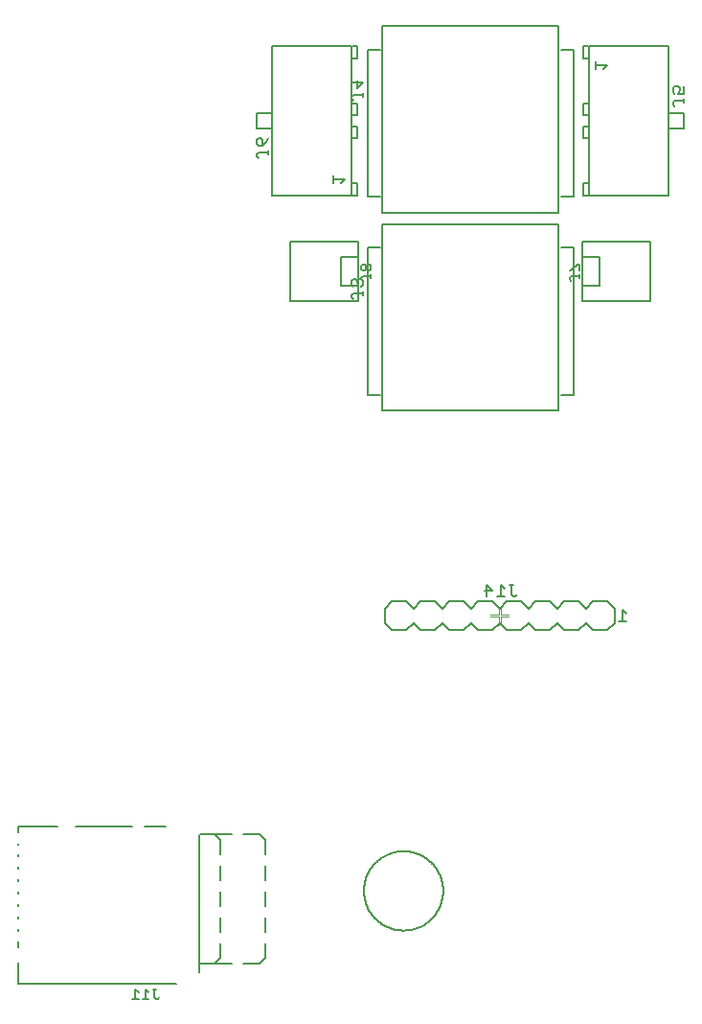
<source format=gbo>
G75*
%MOIN*%
%OFA0B0*%
%FSLAX25Y25*%
%IPPOS*%
%LPD*%
%AMOC8*
5,1,8,0,0,1.08239X$1,22.5*
%
%ADD10C,0.00787*%
%ADD11C,0.00800*%
%ADD12C,0.00591*%
%ADD13C,0.00600*%
%ADD14C,0.00394*%
D10*
X0172618Y0270978D02*
X0227736Y0270978D01*
X0235610Y0274915D02*
X0235610Y0322553D01*
X0236004Y0322946D02*
X0241122Y0322946D01*
X0243090Y0320978D01*
X0243090Y0315939D01*
X0243090Y0312002D02*
X0243090Y0306962D01*
X0243090Y0303025D02*
X0243090Y0297986D01*
X0243090Y0294049D02*
X0243090Y0289009D01*
X0243090Y0285072D02*
X0243090Y0280033D01*
X0241122Y0278065D01*
X0236004Y0278065D01*
X0241122Y0278065D02*
X0247027Y0278065D01*
X0250964Y0278065D02*
X0256870Y0278065D01*
X0258838Y0280033D01*
X0258838Y0285072D01*
X0258838Y0289009D02*
X0258838Y0294049D01*
X0258838Y0297986D02*
X0258838Y0303025D01*
X0258838Y0306962D02*
X0258838Y0312002D01*
X0258838Y0315939D02*
X0258838Y0320978D01*
X0256870Y0322946D01*
X0250964Y0322946D01*
X0247027Y0322946D02*
X0241122Y0322946D01*
X0224193Y0325702D02*
X0216712Y0325702D01*
X0212382Y0325702D02*
X0192697Y0325702D01*
X0186398Y0325702D02*
X0172618Y0325702D01*
X0172618Y0323734D01*
X0172618Y0319797D02*
X0172618Y0319403D01*
X0172618Y0315860D02*
X0172618Y0315466D01*
X0172618Y0311529D02*
X0172618Y0311135D01*
X0172618Y0307198D02*
X0172618Y0306805D01*
X0172618Y0302868D02*
X0172618Y0302474D01*
X0172618Y0298537D02*
X0172618Y0298143D01*
X0172618Y0294206D02*
X0172618Y0293813D01*
X0172618Y0289876D02*
X0172618Y0289482D01*
X0172618Y0285545D02*
X0172618Y0283576D01*
X0172618Y0278458D02*
X0172618Y0270978D01*
X0300335Y0396431D02*
X0302835Y0393931D01*
X0307835Y0393931D01*
X0310335Y0396431D01*
X0312835Y0393931D01*
X0317835Y0393931D01*
X0320335Y0396431D01*
X0322835Y0393931D01*
X0327835Y0393931D01*
X0330335Y0396431D01*
X0332835Y0393931D01*
X0337835Y0393931D01*
X0340335Y0396431D01*
X0342835Y0393931D01*
X0347835Y0393931D01*
X0350335Y0396431D01*
X0352835Y0393931D01*
X0357835Y0393931D01*
X0360335Y0396431D01*
X0362835Y0393931D01*
X0367835Y0393931D01*
X0370335Y0396431D01*
X0372835Y0393931D01*
X0377835Y0393931D01*
X0380335Y0396431D01*
X0380335Y0401431D01*
X0377835Y0403931D01*
X0372835Y0403931D01*
X0370335Y0401431D01*
X0367835Y0403931D01*
X0362835Y0403931D01*
X0360335Y0401431D01*
X0357835Y0403931D01*
X0352835Y0403931D01*
X0350335Y0401431D01*
X0347835Y0403931D01*
X0342835Y0403931D01*
X0340335Y0401431D01*
X0337835Y0403931D01*
X0332835Y0403931D01*
X0330335Y0401431D01*
X0327835Y0403931D01*
X0322835Y0403931D01*
X0320335Y0401431D01*
X0317835Y0403931D01*
X0312835Y0403931D01*
X0310335Y0401431D01*
X0307835Y0403931D01*
X0302835Y0403931D01*
X0300335Y0401431D01*
X0300335Y0396431D01*
X0299390Y0470191D02*
X0360807Y0470191D01*
X0360807Y0535151D01*
X0299390Y0535151D01*
X0299390Y0470191D01*
X0298602Y0475702D02*
X0294272Y0475702D01*
X0294272Y0526883D01*
X0298602Y0526883D01*
X0299390Y0539088D02*
X0360807Y0539088D01*
X0360807Y0604049D01*
X0299390Y0604049D01*
X0299390Y0539088D01*
X0298602Y0544600D02*
X0294272Y0544600D01*
X0294272Y0595781D01*
X0298602Y0595781D01*
X0290728Y0596962D02*
X0290728Y0592631D01*
X0289153Y0592631D01*
X0289153Y0596962D02*
X0290728Y0596962D01*
X0288760Y0596962D02*
X0288760Y0544994D01*
X0261201Y0544994D01*
X0261201Y0596962D01*
X0288760Y0596962D01*
X0289153Y0576883D02*
X0290728Y0576883D01*
X0290728Y0572946D01*
X0289153Y0572946D01*
X0289153Y0569009D02*
X0290728Y0569009D01*
X0290728Y0565072D01*
X0289153Y0565072D01*
X0289153Y0549324D02*
X0290728Y0549324D01*
X0290728Y0544994D01*
X0289153Y0544994D01*
X0260807Y0568222D02*
X0255689Y0568222D01*
X0255689Y0573734D01*
X0260807Y0573734D01*
X0361594Y0595781D02*
X0365925Y0595781D01*
X0365925Y0544600D01*
X0361594Y0544600D01*
X0369468Y0544994D02*
X0369468Y0549324D01*
X0371043Y0549324D01*
X0371043Y0544994D02*
X0369468Y0544994D01*
X0371437Y0544994D02*
X0371437Y0596962D01*
X0398996Y0596962D01*
X0398996Y0544994D01*
X0371437Y0544994D01*
X0365925Y0526883D02*
X0361594Y0526883D01*
X0365925Y0526883D02*
X0365925Y0475702D01*
X0361594Y0475702D01*
X0369468Y0565072D02*
X0371043Y0565072D01*
X0369468Y0565072D02*
X0369468Y0569009D01*
X0371043Y0569009D01*
X0371043Y0572946D02*
X0369468Y0572946D01*
X0369468Y0576883D01*
X0371043Y0576883D01*
X0371043Y0592631D02*
X0369468Y0592631D01*
X0369468Y0596962D01*
X0371043Y0596962D01*
X0399390Y0573734D02*
X0404508Y0573734D01*
X0404508Y0568222D01*
X0399390Y0568222D01*
D11*
X0401232Y0576102D02*
X0400577Y0576757D01*
X0400577Y0577412D01*
X0401232Y0578066D01*
X0404505Y0578066D01*
X0404505Y0577412D02*
X0404505Y0578721D01*
X0404505Y0580453D02*
X0402541Y0580453D01*
X0403196Y0581762D01*
X0403196Y0582416D01*
X0402541Y0583071D01*
X0401232Y0583071D01*
X0400577Y0582416D01*
X0400577Y0581107D01*
X0401232Y0580453D01*
X0404505Y0580453D02*
X0404505Y0583071D01*
X0377733Y0590404D02*
X0373805Y0590404D01*
X0373805Y0591713D02*
X0373805Y0589094D01*
X0376424Y0589094D02*
X0377733Y0590404D01*
X0292694Y0584346D02*
X0290730Y0582382D01*
X0290730Y0585001D01*
X0288766Y0584346D02*
X0292694Y0584346D01*
X0292694Y0580650D02*
X0292694Y0579341D01*
X0292694Y0579996D02*
X0289421Y0579996D01*
X0288766Y0579341D01*
X0288766Y0578687D01*
X0289421Y0578032D01*
X0282467Y0551930D02*
X0282467Y0549311D01*
X0282467Y0550620D02*
X0286395Y0550620D01*
X0285085Y0549311D01*
X0259623Y0559262D02*
X0259623Y0560572D01*
X0259623Y0559917D02*
X0256350Y0559917D01*
X0255695Y0559262D01*
X0255695Y0558608D01*
X0256350Y0557953D01*
X0256350Y0562303D02*
X0255695Y0562958D01*
X0255695Y0564267D01*
X0256350Y0564922D01*
X0257004Y0564922D01*
X0257659Y0564267D01*
X0257659Y0562303D01*
X0256350Y0562303D01*
X0257659Y0562303D02*
X0258968Y0563613D01*
X0259623Y0564922D01*
X0289421Y0516103D02*
X0288766Y0515448D01*
X0288766Y0514139D01*
X0289421Y0513484D01*
X0290730Y0514794D02*
X0290730Y0515448D01*
X0290075Y0516103D01*
X0289421Y0516103D01*
X0290730Y0515448D02*
X0291385Y0516103D01*
X0292039Y0516103D01*
X0292694Y0515448D01*
X0292694Y0514139D01*
X0292039Y0513484D01*
X0292694Y0511753D02*
X0292694Y0510444D01*
X0292694Y0511098D02*
X0289421Y0511098D01*
X0288766Y0510444D01*
X0288766Y0509789D01*
X0289421Y0509134D01*
X0335796Y0409508D02*
X0337759Y0407545D01*
X0335141Y0407545D01*
X0335796Y0409508D02*
X0335796Y0405581D01*
X0339491Y0405581D02*
X0342110Y0405581D01*
X0340800Y0405581D02*
X0340800Y0409508D01*
X0342110Y0408199D01*
X0343841Y0409508D02*
X0345151Y0409508D01*
X0344496Y0409508D02*
X0344496Y0406235D01*
X0345151Y0405581D01*
X0345805Y0405581D01*
X0346460Y0406235D01*
X0381666Y0396969D02*
X0384285Y0396969D01*
X0382975Y0396969D02*
X0382975Y0400896D01*
X0384285Y0399587D01*
D12*
X0293090Y0303261D02*
X0293094Y0303599D01*
X0293107Y0303937D01*
X0293127Y0304275D01*
X0293156Y0304612D01*
X0293194Y0304948D01*
X0293239Y0305283D01*
X0293293Y0305617D01*
X0293355Y0305949D01*
X0293425Y0306280D01*
X0293503Y0306609D01*
X0293589Y0306936D01*
X0293683Y0307261D01*
X0293786Y0307584D01*
X0293896Y0307903D01*
X0294013Y0308220D01*
X0294139Y0308534D01*
X0294272Y0308845D01*
X0294413Y0309153D01*
X0294561Y0309457D01*
X0294717Y0309757D01*
X0294880Y0310053D01*
X0295050Y0310345D01*
X0295228Y0310633D01*
X0295412Y0310917D01*
X0295604Y0311196D01*
X0295802Y0311470D01*
X0296007Y0311739D01*
X0296218Y0312003D01*
X0296436Y0312262D01*
X0296660Y0312515D01*
X0296890Y0312763D01*
X0297126Y0313005D01*
X0297368Y0313241D01*
X0297616Y0313471D01*
X0297869Y0313695D01*
X0298128Y0313913D01*
X0298392Y0314124D01*
X0298661Y0314329D01*
X0298935Y0314527D01*
X0299214Y0314719D01*
X0299498Y0314903D01*
X0299786Y0315081D01*
X0300078Y0315251D01*
X0300374Y0315414D01*
X0300674Y0315570D01*
X0300978Y0315718D01*
X0301286Y0315859D01*
X0301597Y0315992D01*
X0301911Y0316118D01*
X0302228Y0316235D01*
X0302547Y0316345D01*
X0302870Y0316448D01*
X0303195Y0316542D01*
X0303522Y0316628D01*
X0303851Y0316706D01*
X0304182Y0316776D01*
X0304514Y0316838D01*
X0304848Y0316892D01*
X0305183Y0316937D01*
X0305519Y0316975D01*
X0305856Y0317004D01*
X0306194Y0317024D01*
X0306532Y0317037D01*
X0306870Y0317041D01*
X0307208Y0317037D01*
X0307546Y0317024D01*
X0307884Y0317004D01*
X0308221Y0316975D01*
X0308557Y0316937D01*
X0308892Y0316892D01*
X0309226Y0316838D01*
X0309558Y0316776D01*
X0309889Y0316706D01*
X0310218Y0316628D01*
X0310545Y0316542D01*
X0310870Y0316448D01*
X0311193Y0316345D01*
X0311512Y0316235D01*
X0311829Y0316118D01*
X0312143Y0315992D01*
X0312454Y0315859D01*
X0312762Y0315718D01*
X0313066Y0315570D01*
X0313366Y0315414D01*
X0313662Y0315251D01*
X0313954Y0315081D01*
X0314242Y0314903D01*
X0314526Y0314719D01*
X0314805Y0314527D01*
X0315079Y0314329D01*
X0315348Y0314124D01*
X0315612Y0313913D01*
X0315871Y0313695D01*
X0316124Y0313471D01*
X0316372Y0313241D01*
X0316614Y0313005D01*
X0316850Y0312763D01*
X0317080Y0312515D01*
X0317304Y0312262D01*
X0317522Y0312003D01*
X0317733Y0311739D01*
X0317938Y0311470D01*
X0318136Y0311196D01*
X0318328Y0310917D01*
X0318512Y0310633D01*
X0318690Y0310345D01*
X0318860Y0310053D01*
X0319023Y0309757D01*
X0319179Y0309457D01*
X0319327Y0309153D01*
X0319468Y0308845D01*
X0319601Y0308534D01*
X0319727Y0308220D01*
X0319844Y0307903D01*
X0319954Y0307584D01*
X0320057Y0307261D01*
X0320151Y0306936D01*
X0320237Y0306609D01*
X0320315Y0306280D01*
X0320385Y0305949D01*
X0320447Y0305617D01*
X0320501Y0305283D01*
X0320546Y0304948D01*
X0320584Y0304612D01*
X0320613Y0304275D01*
X0320633Y0303937D01*
X0320646Y0303599D01*
X0320650Y0303261D01*
X0320646Y0302923D01*
X0320633Y0302585D01*
X0320613Y0302247D01*
X0320584Y0301910D01*
X0320546Y0301574D01*
X0320501Y0301239D01*
X0320447Y0300905D01*
X0320385Y0300573D01*
X0320315Y0300242D01*
X0320237Y0299913D01*
X0320151Y0299586D01*
X0320057Y0299261D01*
X0319954Y0298938D01*
X0319844Y0298619D01*
X0319727Y0298302D01*
X0319601Y0297988D01*
X0319468Y0297677D01*
X0319327Y0297369D01*
X0319179Y0297065D01*
X0319023Y0296765D01*
X0318860Y0296469D01*
X0318690Y0296177D01*
X0318512Y0295889D01*
X0318328Y0295605D01*
X0318136Y0295326D01*
X0317938Y0295052D01*
X0317733Y0294783D01*
X0317522Y0294519D01*
X0317304Y0294260D01*
X0317080Y0294007D01*
X0316850Y0293759D01*
X0316614Y0293517D01*
X0316372Y0293281D01*
X0316124Y0293051D01*
X0315871Y0292827D01*
X0315612Y0292609D01*
X0315348Y0292398D01*
X0315079Y0292193D01*
X0314805Y0291995D01*
X0314526Y0291803D01*
X0314242Y0291619D01*
X0313954Y0291441D01*
X0313662Y0291271D01*
X0313366Y0291108D01*
X0313066Y0290952D01*
X0312762Y0290804D01*
X0312454Y0290663D01*
X0312143Y0290530D01*
X0311829Y0290404D01*
X0311512Y0290287D01*
X0311193Y0290177D01*
X0310870Y0290074D01*
X0310545Y0289980D01*
X0310218Y0289894D01*
X0309889Y0289816D01*
X0309558Y0289746D01*
X0309226Y0289684D01*
X0308892Y0289630D01*
X0308557Y0289585D01*
X0308221Y0289547D01*
X0307884Y0289518D01*
X0307546Y0289498D01*
X0307208Y0289485D01*
X0306870Y0289481D01*
X0306532Y0289485D01*
X0306194Y0289498D01*
X0305856Y0289518D01*
X0305519Y0289547D01*
X0305183Y0289585D01*
X0304848Y0289630D01*
X0304514Y0289684D01*
X0304182Y0289746D01*
X0303851Y0289816D01*
X0303522Y0289894D01*
X0303195Y0289980D01*
X0302870Y0290074D01*
X0302547Y0290177D01*
X0302228Y0290287D01*
X0301911Y0290404D01*
X0301597Y0290530D01*
X0301286Y0290663D01*
X0300978Y0290804D01*
X0300674Y0290952D01*
X0300374Y0291108D01*
X0300078Y0291271D01*
X0299786Y0291441D01*
X0299498Y0291619D01*
X0299214Y0291803D01*
X0298935Y0291995D01*
X0298661Y0292193D01*
X0298392Y0292398D01*
X0298128Y0292609D01*
X0297869Y0292827D01*
X0297616Y0293051D01*
X0297368Y0293281D01*
X0297126Y0293517D01*
X0296890Y0293759D01*
X0296660Y0294007D01*
X0296436Y0294260D01*
X0296218Y0294519D01*
X0296007Y0294783D01*
X0295802Y0295052D01*
X0295604Y0295326D01*
X0295412Y0295605D01*
X0295228Y0295889D01*
X0295050Y0296177D01*
X0294880Y0296469D01*
X0294717Y0296765D01*
X0294561Y0297065D01*
X0294413Y0297369D01*
X0294272Y0297677D01*
X0294139Y0297988D01*
X0294013Y0298302D01*
X0293896Y0298619D01*
X0293786Y0298938D01*
X0293683Y0299261D01*
X0293589Y0299586D01*
X0293503Y0299913D01*
X0293425Y0300242D01*
X0293355Y0300573D01*
X0293293Y0300905D01*
X0293239Y0301239D01*
X0293194Y0301574D01*
X0293156Y0301910D01*
X0293127Y0302247D01*
X0293107Y0302585D01*
X0293094Y0302923D01*
X0293090Y0303261D01*
X0291122Y0508380D02*
X0267500Y0508380D01*
X0267500Y0528852D01*
X0291122Y0528852D01*
X0291122Y0523734D01*
X0285216Y0523734D01*
X0285216Y0513498D01*
X0291122Y0513498D01*
X0291122Y0523734D01*
X0291122Y0513498D02*
X0291122Y0508380D01*
X0369075Y0508380D02*
X0392697Y0508380D01*
X0392697Y0528852D01*
X0369075Y0528852D01*
X0369075Y0523734D01*
X0374980Y0523734D01*
X0374980Y0513498D01*
X0369075Y0513498D01*
X0369075Y0508380D01*
X0369075Y0513498D02*
X0369075Y0523734D01*
D13*
X0367990Y0521142D02*
X0367433Y0521142D01*
X0365207Y0518916D01*
X0364650Y0518916D01*
X0365207Y0516961D02*
X0367990Y0516961D01*
X0367990Y0517517D02*
X0367990Y0516404D01*
X0367990Y0518916D02*
X0367990Y0521142D01*
X0365207Y0516961D02*
X0364650Y0516404D01*
X0364650Y0515847D01*
X0365207Y0515291D01*
X0295549Y0516404D02*
X0295549Y0517517D01*
X0295549Y0516961D02*
X0292766Y0516961D01*
X0292209Y0516404D01*
X0292209Y0515847D01*
X0292766Y0515291D01*
X0292766Y0518916D02*
X0292209Y0519472D01*
X0292209Y0520586D01*
X0292766Y0521142D01*
X0293323Y0521142D01*
X0293879Y0520586D01*
X0293879Y0519472D01*
X0294436Y0518916D01*
X0294993Y0518916D01*
X0295549Y0519472D01*
X0295549Y0520586D01*
X0294993Y0521142D01*
X0294436Y0521142D01*
X0293879Y0520586D01*
X0293879Y0519472D02*
X0293323Y0518916D01*
X0292766Y0518916D01*
X0220737Y0269106D02*
X0219624Y0269106D01*
X0220180Y0269106D02*
X0220180Y0266323D01*
X0220737Y0265766D01*
X0221294Y0265766D01*
X0221850Y0266323D01*
X0218225Y0265766D02*
X0215998Y0265766D01*
X0217112Y0265766D02*
X0217112Y0269106D01*
X0218225Y0267993D01*
X0214600Y0267993D02*
X0213487Y0269106D01*
X0213487Y0265766D01*
X0214600Y0265766D02*
X0212373Y0265766D01*
D14*
X0339941Y0395781D02*
X0339941Y0398537D01*
X0337185Y0398537D01*
X0337185Y0399324D02*
X0339941Y0399324D01*
X0339941Y0402080D01*
X0340728Y0402080D02*
X0340728Y0399324D01*
X0343484Y0399324D01*
X0343484Y0398537D02*
X0340728Y0398537D01*
X0340728Y0395781D01*
M02*

</source>
